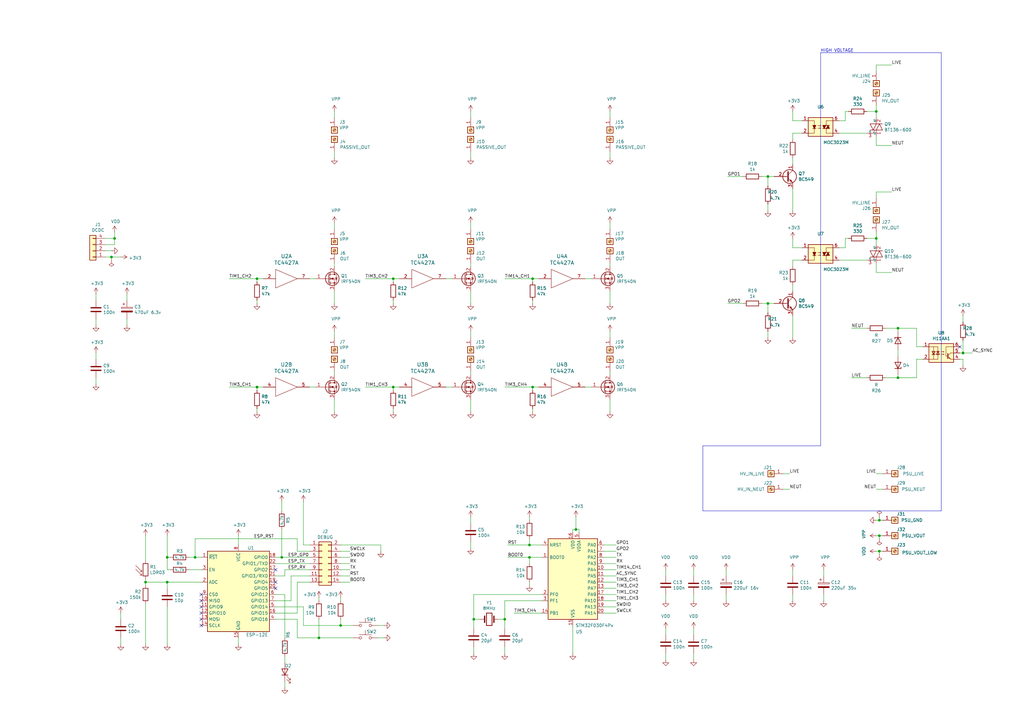
<source format=kicad_sch>
(kicad_sch (version 20200512) (host eeschema "(5.99.0-1804-g711fc999f)")
  (page 1 1)
  (paper "A3")
  (junction (at 45.72 105.41))
  (junction (at 46.99 97.79))
  (junction (at 59.69 238.76))
  (junction (at 68.58 228.6))
  (junction (at 68.58 238.76))
  (junction (at 80.01 228.6))
  (junction (at 105.41 114.3))
  (junction (at 105.41 158.75))
  (junction (at 115.57 228.6))
  (junction (at 130.81 261.62))
  (junction (at 139.7 256.54))
  (junction (at 161.29 114.3))
  (junction (at 161.29 158.75))
  (junction (at 194.31 254))
  (junction (at 207.01 254))
  (junction (at 217.17 223.52))
  (junction (at 217.17 228.6))
  (junction (at 218.44 114.3))
  (junction (at 218.44 158.75))
  (junction (at 236.22 217.17))
  (junction (at 314.96 72.39))
  (junction (at 314.96 124.46))
  (junction (at 359.41 45.72))
  (junction (at 359.41 97.79))
  (junction (at 360.68 213.36))
  (junction (at 360.68 219.71))
  (junction (at 360.68 226.06))
  (junction (at 368.3 134.62))
  (junction (at 368.3 154.94))
  (junction (at 394.97 144.78))
  (no_connect (at 113.03 238.76))
  (no_connect (at 82.55 254))
  (no_connect (at 113.03 241.3))
  (no_connect (at 113.03 233.68))
  (no_connect (at 82.55 251.46))
  (no_connect (at 82.55 248.92))
  (no_connect (at 82.55 243.84))
  (no_connect (at 82.55 256.54))
  (no_connect (at 82.55 246.38))
  (no_connect (at 393.7 142.24))
  (wire (pts (xy 39.37 123.19) (xy 39.37 120.65)))
  (wire (pts (xy 39.37 133.35) (xy 39.37 130.81)))
  (wire (pts (xy 39.37 147.32) (xy 39.37 144.78)))
  (wire (pts (xy 39.37 157.48) (xy 39.37 154.94)))
  (wire (pts (xy 43.18 97.79) (xy 46.99 97.79)))
  (wire (pts (xy 45.72 102.87) (xy 43.18 102.87)))
  (wire (pts (xy 45.72 105.41) (xy 43.18 105.41)))
  (wire (pts (xy 45.72 106.68) (xy 45.72 105.41)))
  (wire (pts (xy 46.99 95.25) (xy 46.99 97.79)))
  (wire (pts (xy 46.99 97.79) (xy 46.99 100.33)))
  (wire (pts (xy 46.99 100.33) (xy 43.18 100.33)))
  (wire (pts (xy 49.53 105.41) (xy 45.72 105.41)))
  (wire (pts (xy 49.53 254) (xy 49.53 251.46)))
  (wire (pts (xy 49.53 264.16) (xy 49.53 261.62)))
  (wire (pts (xy 52.07 120.65) (xy 52.07 123.19)))
  (wire (pts (xy 52.07 133.35) (xy 52.07 130.81)))
  (wire (pts (xy 59.69 219.71) (xy 59.69 229.87)))
  (wire (pts (xy 59.69 238.76) (xy 59.69 237.49)))
  (wire (pts (xy 59.69 240.03) (xy 59.69 238.76)))
  (wire (pts (xy 59.69 264.16) (xy 59.69 247.65)))
  (wire (pts (xy 68.58 228.6) (xy 68.58 219.71)))
  (wire (pts (xy 68.58 233.68) (xy 68.58 228.6)))
  (wire (pts (xy 68.58 238.76) (xy 59.69 238.76)))
  (wire (pts (xy 68.58 241.3) (xy 68.58 238.76)))
  (wire (pts (xy 68.58 264.16) (xy 68.58 248.92)))
  (wire (pts (xy 69.85 228.6) (xy 68.58 228.6)))
  (wire (pts (xy 69.85 233.68) (xy 68.58 233.68)))
  (wire (pts (xy 77.47 228.6) (xy 80.01 228.6)))
  (wire (pts (xy 77.47 233.68) (xy 82.55 233.68)))
  (wire (pts (xy 80.01 220.98) (xy 80.01 228.6)))
  (wire (pts (xy 80.01 228.6) (xy 82.55 228.6)))
  (wire (pts (xy 82.55 238.76) (xy 68.58 238.76)))
  (wire (pts (xy 93.98 114.3) (xy 105.41 114.3)))
  (wire (pts (xy 93.98 158.75) (xy 105.41 158.75)))
  (wire (pts (xy 97.79 219.71) (xy 97.79 223.52)))
  (wire (pts (xy 97.79 264.16) (xy 97.79 261.62)))
  (wire (pts (xy 105.41 114.3) (xy 105.41 115.57)))
  (wire (pts (xy 105.41 124.46) (xy 105.41 123.19)))
  (wire (pts (xy 105.41 158.75) (xy 105.41 160.02)))
  (wire (pts (xy 105.41 168.91) (xy 105.41 167.64)))
  (wire (pts (xy 107.95 114.3) (xy 105.41 114.3)))
  (wire (pts (xy 107.95 158.75) (xy 105.41 158.75)))
  (wire (pts (xy 113.03 228.6) (xy 115.57 228.6)))
  (wire (pts (xy 113.03 246.38) (xy 119.38 246.38)))
  (wire (pts (xy 113.03 251.46) (xy 121.92 251.46)))
  (wire (pts (xy 113.03 254) (xy 121.92 254)))
  (wire (pts (xy 115.57 205.74) (xy 115.57 209.55)))
  (wire (pts (xy 115.57 217.17) (xy 115.57 228.6)))
  (wire (pts (xy 115.57 228.6) (xy 127 228.6)))
  (wire (pts (xy 116.84 233.68) (xy 116.84 236.22)))
  (wire (pts (xy 116.84 236.22) (xy 113.03 236.22)))
  (wire (pts (xy 116.84 243.84) (xy 113.03 243.84)))
  (wire (pts (xy 116.84 261.62) (xy 116.84 243.84)))
  (wire (pts (xy 116.84 271.78) (xy 116.84 269.24)))
  (wire (pts (xy 116.84 281.94) (xy 116.84 279.4)))
  (wire (pts (xy 119.38 236.22) (xy 127 236.22)))
  (wire (pts (xy 119.38 246.38) (xy 119.38 236.22)))
  (wire (pts (xy 121.92 220.98) (xy 80.01 220.98)))
  (wire (pts (xy 121.92 226.06) (xy 121.92 220.98)))
  (wire (pts (xy 121.92 238.76) (xy 127 238.76)))
  (wire (pts (xy 121.92 251.46) (xy 121.92 238.76)))
  (wire (pts (xy 121.92 254) (xy 121.92 261.62)))
  (wire (pts (xy 121.92 261.62) (xy 130.81 261.62)))
  (wire (pts (xy 124.46 223.52) (xy 124.46 205.74)))
  (wire (pts (xy 124.46 248.92) (xy 113.03 248.92)))
  (wire (pts (xy 124.46 256.54) (xy 124.46 248.92)))
  (wire (pts (xy 127 223.52) (xy 124.46 223.52)))
  (wire (pts (xy 127 226.06) (xy 121.92 226.06)))
  (wire (pts (xy 127 231.14) (xy 113.03 231.14)))
  (wire (pts (xy 127 233.68) (xy 116.84 233.68)))
  (wire (pts (xy 129.54 114.3) (xy 127 114.3)))
  (wire (pts (xy 129.54 158.75) (xy 127 158.75)))
  (wire (pts (xy 130.81 245.11) (xy 130.81 246.38)))
  (wire (pts (xy 130.81 254) (xy 130.81 261.62)))
  (wire (pts (xy 130.81 261.62) (xy 144.78 261.62)))
  (wire (pts (xy 137.16 45.72) (xy 137.16 48.26)))
  (wire (pts (xy 137.16 64.77) (xy 137.16 62.23)))
  (wire (pts (xy 137.16 91.44) (xy 137.16 93.98)))
  (wire (pts (xy 137.16 107.95) (xy 137.16 109.22)))
  (wire (pts (xy 137.16 119.38) (xy 137.16 124.46)))
  (wire (pts (xy 137.16 135.89) (xy 137.16 138.43)))
  (wire (pts (xy 137.16 152.4) (xy 137.16 153.67)))
  (wire (pts (xy 137.16 163.83) (xy 137.16 168.91)))
  (wire (pts (xy 139.7 223.52) (xy 156.21 223.52)))
  (wire (pts (xy 139.7 231.14) (xy 143.51 231.14)))
  (wire (pts (xy 139.7 233.68) (xy 143.51 233.68)))
  (wire (pts (xy 139.7 245.11) (xy 139.7 246.38)))
  (wire (pts (xy 139.7 254) (xy 139.7 256.54)))
  (wire (pts (xy 139.7 256.54) (xy 124.46 256.54)))
  (wire (pts (xy 143.51 226.06) (xy 139.7 226.06)))
  (wire (pts (xy 143.51 228.6) (xy 139.7 228.6)))
  (wire (pts (xy 143.51 236.22) (xy 139.7 236.22)))
  (wire (pts (xy 143.51 238.76) (xy 139.7 238.76)))
  (wire (pts (xy 144.78 256.54) (xy 139.7 256.54)))
  (wire (pts (xy 149.86 114.3) (xy 161.29 114.3)))
  (wire (pts (xy 149.86 158.75) (xy 161.29 158.75)))
  (wire (pts (xy 154.94 256.54) (xy 157.48 256.54)))
  (wire (pts (xy 156.21 223.52) (xy 156.21 226.06)))
  (wire (pts (xy 157.48 261.62) (xy 154.94 261.62)))
  (wire (pts (xy 161.29 114.3) (xy 161.29 115.57)))
  (wire (pts (xy 161.29 124.46) (xy 161.29 123.19)))
  (wire (pts (xy 161.29 158.75) (xy 161.29 160.02)))
  (wire (pts (xy 161.29 168.91) (xy 161.29 167.64)))
  (wire (pts (xy 163.83 114.3) (xy 161.29 114.3)))
  (wire (pts (xy 163.83 158.75) (xy 161.29 158.75)))
  (wire (pts (xy 185.42 114.3) (xy 182.88 114.3)))
  (wire (pts (xy 185.42 158.75) (xy 182.88 158.75)))
  (wire (pts (xy 193.04 45.72) (xy 193.04 48.26)))
  (wire (pts (xy 193.04 64.77) (xy 193.04 62.23)))
  (wire (pts (xy 193.04 91.44) (xy 193.04 93.98)))
  (wire (pts (xy 193.04 107.95) (xy 193.04 109.22)))
  (wire (pts (xy 193.04 119.38) (xy 193.04 124.46)))
  (wire (pts (xy 193.04 135.89) (xy 193.04 138.43)))
  (wire (pts (xy 193.04 152.4) (xy 193.04 153.67)))
  (wire (pts (xy 193.04 163.83) (xy 193.04 168.91)))
  (wire (pts (xy 193.04 214.63) (xy 193.04 212.09)))
  (wire (pts (xy 193.04 224.79) (xy 193.04 222.25)))
  (wire (pts (xy 194.31 243.84) (xy 194.31 254)))
  (wire (pts (xy 194.31 254) (xy 194.31 257.81)))
  (wire (pts (xy 194.31 267.97) (xy 194.31 265.43)))
  (wire (pts (xy 196.85 254) (xy 194.31 254)))
  (wire (pts (xy 204.47 254) (xy 207.01 254)))
  (wire (pts (xy 207.01 114.3) (xy 218.44 114.3)))
  (wire (pts (xy 207.01 158.75) (xy 218.44 158.75)))
  (wire (pts (xy 207.01 246.38) (xy 207.01 254)))
  (wire (pts (xy 207.01 254) (xy 207.01 257.81)))
  (wire (pts (xy 207.01 267.97) (xy 207.01 265.43)))
  (wire (pts (xy 217.17 212.09) (xy 217.17 213.36)))
  (wire (pts (xy 217.17 220.98) (xy 217.17 223.52)))
  (wire (pts (xy 217.17 223.52) (xy 208.28 223.52)))
  (wire (pts (xy 217.17 228.6) (xy 208.28 228.6)))
  (wire (pts (xy 217.17 231.14) (xy 217.17 228.6)))
  (wire (pts (xy 217.17 240.03) (xy 217.17 238.76)))
  (wire (pts (xy 218.44 114.3) (xy 218.44 115.57)))
  (wire (pts (xy 218.44 124.46) (xy 218.44 123.19)))
  (wire (pts (xy 218.44 158.75) (xy 218.44 160.02)))
  (wire (pts (xy 218.44 168.91) (xy 218.44 167.64)))
  (wire (pts (xy 220.98 114.3) (xy 218.44 114.3)))
  (wire (pts (xy 220.98 158.75) (xy 218.44 158.75)))
  (wire (pts (xy 222.25 223.52) (xy 217.17 223.52)))
  (wire (pts (xy 222.25 228.6) (xy 217.17 228.6)))
  (wire (pts (xy 222.25 243.84) (xy 194.31 243.84)))
  (wire (pts (xy 222.25 246.38) (xy 207.01 246.38)))
  (wire (pts (xy 222.25 251.46) (xy 210.82 251.46)))
  (wire (pts (xy 234.95 217.17) (xy 236.22 217.17)))
  (wire (pts (xy 234.95 218.44) (xy 234.95 217.17)))
  (wire (pts (xy 234.95 267.97) (xy 234.95 256.54)))
  (wire (pts (xy 236.22 217.17) (xy 236.22 212.09)))
  (wire (pts (xy 236.22 217.17) (xy 237.49 217.17)))
  (wire (pts (xy 237.49 217.17) (xy 237.49 218.44)))
  (wire (pts (xy 242.57 114.3) (xy 240.03 114.3)))
  (wire (pts (xy 242.57 158.75) (xy 240.03 158.75)))
  (wire (pts (xy 247.65 223.52) (xy 252.73 223.52)))
  (wire (pts (xy 247.65 226.06) (xy 252.73 226.06)))
  (wire (pts (xy 247.65 231.14) (xy 252.73 231.14)))
  (wire (pts (xy 247.65 236.22) (xy 252.73 236.22)))
  (wire (pts (xy 247.65 238.76) (xy 252.73 238.76)))
  (wire (pts (xy 247.65 243.84) (xy 252.73 243.84)))
  (wire (pts (xy 247.65 246.38) (xy 252.73 246.38)))
  (wire (pts (xy 247.65 248.92) (xy 252.73 248.92)))
  (wire (pts (xy 247.65 251.46) (xy 252.73 251.46)))
  (wire (pts (xy 250.19 45.72) (xy 250.19 48.26)))
  (wire (pts (xy 250.19 64.77) (xy 250.19 62.23)))
  (wire (pts (xy 250.19 91.44) (xy 250.19 93.98)))
  (wire (pts (xy 250.19 107.95) (xy 250.19 109.22)))
  (wire (pts (xy 250.19 119.38) (xy 250.19 124.46)))
  (wire (pts (xy 250.19 135.89) (xy 250.19 138.43)))
  (wire (pts (xy 250.19 152.4) (xy 250.19 153.67)))
  (wire (pts (xy 250.19 163.83) (xy 250.19 168.91)))
  (wire (pts (xy 252.73 228.6) (xy 247.65 228.6)))
  (wire (pts (xy 252.73 233.68) (xy 247.65 233.68)))
  (wire (pts (xy 252.73 241.3) (xy 247.65 241.3)))
  (wire (pts (xy 273.05 236.22) (xy 273.05 233.68)))
  (wire (pts (xy 273.05 246.38) (xy 273.05 243.84)))
  (wire (pts (xy 273.05 260.35) (xy 273.05 257.81)))
  (wire (pts (xy 273.05 270.51) (xy 273.05 267.97)))
  (wire (pts (xy 284.48 236.22) (xy 284.48 233.68)))
  (wire (pts (xy 284.48 246.38) (xy 284.48 243.84)))
  (wire (pts (xy 284.48 260.35) (xy 284.48 257.81)))
  (wire (pts (xy 284.48 270.51) (xy 284.48 267.97)))
  (wire (pts (xy 297.815 233.68) (xy 297.815 236.22)))
  (wire (pts (xy 297.815 246.38) (xy 297.815 243.84)))
  (wire (pts (xy 304.8 72.39) (xy 298.45 72.39)))
  (wire (pts (xy 304.8 124.46) (xy 298.45 124.46)))
  (wire (pts (xy 312.42 72.39) (xy 314.96 72.39)))
  (wire (pts (xy 312.42 124.46) (xy 314.96 124.46)))
  (wire (pts (xy 314.96 72.39) (xy 317.5 72.39)))
  (wire (pts (xy 314.96 76.2) (xy 314.96 72.39)))
  (wire (pts (xy 314.96 86.36) (xy 314.96 83.82)))
  (wire (pts (xy 314.96 124.46) (xy 317.5 124.46)))
  (wire (pts (xy 314.96 128.27) (xy 314.96 124.46)))
  (wire (pts (xy 314.96 138.43) (xy 314.96 135.89)))
  (wire (pts (xy 323.85 194.31) (xy 321.31 194.31)))
  (wire (pts (xy 323.85 200.66) (xy 321.31 200.66)))
  (wire (pts (xy 325.12 49.53) (xy 325.12 45.72)))
  (wire (pts (xy 325.12 54.61) (xy 325.12 57.15)))
  (wire (pts (xy 325.12 64.77) (xy 325.12 67.31)))
  (wire (pts (xy 325.12 86.36) (xy 325.12 77.47)))
  (wire (pts (xy 325.12 101.6) (xy 325.12 97.79)))
  (wire (pts (xy 325.12 106.68) (xy 325.12 109.22)))
  (wire (pts (xy 325.12 116.84) (xy 325.12 119.38)))
  (wire (pts (xy 325.12 138.43) (xy 325.12 129.54)))
  (wire (pts (xy 325.12 236.22) (xy 325.12 233.68)))
  (wire (pts (xy 325.12 246.38) (xy 325.12 243.84)))
  (wire (pts (xy 328.93 49.53) (xy 325.12 49.53)))
  (wire (pts (xy 328.93 54.61) (xy 325.12 54.61)))
  (wire (pts (xy 328.93 101.6) (xy 325.12 101.6)))
  (wire (pts (xy 328.93 106.68) (xy 325.12 106.68)))
  (wire (pts (xy 337.82 233.68) (xy 337.82 236.22)))
  (wire (pts (xy 337.82 246.38) (xy 337.82 243.84)))
  (wire (pts (xy 344.17 49.53) (xy 346.71 49.53)))
  (wire (pts (xy 344.17 101.6) (xy 346.71 101.6)))
  (wire (pts (xy 346.71 45.72) (xy 347.98 45.72)))
  (wire (pts (xy 346.71 49.53) (xy 346.71 45.72)))
  (wire (pts (xy 346.71 97.79) (xy 347.98 97.79)))
  (wire (pts (xy 346.71 101.6) (xy 346.71 97.79)))
  (wire (pts (xy 355.6 45.72) (xy 359.41 45.72)))
  (wire (pts (xy 355.6 54.61) (xy 344.17 54.61)))
  (wire (pts (xy 355.6 97.79) (xy 359.41 97.79)))
  (wire (pts (xy 355.6 106.68) (xy 344.17 106.68)))
  (wire (pts (xy 355.6 134.62) (xy 349.25 134.62)))
  (wire (pts (xy 355.6 154.94) (xy 349.25 154.94)))
  (wire (pts (xy 359.41 26.67) (xy 365.76 26.67)))
  (wire (pts (xy 359.41 29.21) (xy 359.41 26.67)))
  (wire (pts (xy 359.41 43.18) (xy 359.41 45.72)))
  (wire (pts (xy 359.41 45.72) (xy 359.41 48.26)))
  (wire (pts (xy 359.41 55.88) (xy 359.41 59.69)))
  (wire (pts (xy 359.41 59.69) (xy 365.76 59.69)))
  (wire (pts (xy 359.41 78.74) (xy 365.76 78.74)))
  (wire (pts (xy 359.41 81.28) (xy 359.41 78.74)))
  (wire (pts (xy 359.41 95.25) (xy 359.41 97.79)))
  (wire (pts (xy 359.41 97.79) (xy 359.41 100.33)))
  (wire (pts (xy 359.41 107.95) (xy 359.41 111.76)))
  (wire (pts (xy 359.41 111.76) (xy 365.76 111.76)))
  (wire (pts (xy 359.41 194.31) (xy 361.95 194.31)))
  (wire (pts (xy 359.41 200.66) (xy 361.95 200.66)))
  (wire (pts (xy 359.41 213.36) (xy 360.68 213.36)))
  (wire (pts (xy 359.41 219.71) (xy 360.68 219.71)))
  (wire (pts (xy 359.41 226.06) (xy 360.68 226.06)))
  (wire (pts (xy 360.68 212.09) (xy 360.68 213.36)))
  (wire (pts (xy 360.68 213.36) (xy 361.95 213.36)))
  (wire (pts (xy 360.68 219.71) (xy 361.95 219.71)))
  (wire (pts (xy 360.68 220.98) (xy 360.68 219.71)))
  (wire (pts (xy 360.68 226.06) (xy 361.95 226.06)))
  (wire (pts (xy 360.68 227.33) (xy 360.68 226.06)))
  (wire (pts (xy 363.22 134.62) (xy 368.3 134.62)))
  (wire (pts (xy 363.22 154.94) (xy 368.3 154.94)))
  (wire (pts (xy 368.3 134.62) (xy 375.92 134.62)))
  (wire (pts (xy 368.3 135.89) (xy 368.3 134.62)))
  (wire (pts (xy 368.3 146.05) (xy 368.3 143.51)))
  (wire (pts (xy 368.3 153.67) (xy 368.3 154.94)))
  (wire (pts (xy 368.3 154.94) (xy 375.92 154.94)))
  (wire (pts (xy 375.92 134.62) (xy 375.92 142.24)))
  (wire (pts (xy 375.92 142.24) (xy 378.46 142.24)))
  (wire (pts (xy 375.92 147.32) (xy 378.46 147.32)))
  (wire (pts (xy 375.92 154.94) (xy 375.92 147.32)))
  (wire (pts (xy 393.7 147.32) (xy 394.97 147.32)))
  (wire (pts (xy 394.97 129.54) (xy 394.97 132.08)))
  (wire (pts (xy 394.97 139.7) (xy 394.97 144.78)))
  (wire (pts (xy 394.97 144.78) (xy 393.7 144.78)))
  (wire (pts (xy 394.97 144.78) (xy 398.78 144.78)))
  (wire (pts (xy 394.97 147.32) (xy 394.97 149.86)))
  (polyline (pts (xy 288.29 182.88) (xy 336.55 182.88)))
  (polyline (pts (xy 288.29 209.55) (xy 288.29 182.88)))
  (polyline (pts (xy 336.55 21.59) (xy 386.08 21.59)))
  (polyline (pts (xy 336.55 182.88) (xy 336.55 21.59)))
  (polyline (pts (xy 386.08 21.59) (xy 386.08 209.55)))
  (polyline (pts (xy 386.08 209.55) (xy 288.29 209.55)))
  (text "HIGH VOLTAGE" (at 336.55 21.59 0) (effects (font (size 1.27 1.27)) (justify left bottom)))
  (label "TIM1_CH2" (at 93.98 114.3 0))
  (label "TIM3_CH1" (at 93.98 158.75 0))
  (label "ESP_RST" (at 104.14 220.98 0))
  (label "ESP_GP0" (at 118.11 228.6 0))
  (label "ESP_TX" (at 118.11 231.14 0))
  (label "ESP_RX" (at 118.11 233.68 0))
  (label "SWCLK" (at 143.51 226.06 0))
  (label "SWDIO" (at 143.51 228.6 0))
  (label "RX" (at 143.51 231.14 0))
  (label "TX" (at 143.51 233.68 0))
  (label "RST" (at 143.51 236.22 0))
  (label "BOOT0" (at 143.51 238.76 0))
  (label "TIM3_CH2" (at 149.86 114.3 0))
  (label "TIM1_CH3" (at 149.86 158.75 0))
  (label "TIM14_CH1" (at 207.01 114.3 0))
  (label "TIM3_CH4" (at 207.01 158.75 0))
  (label "RST" (at 208.28 223.52 0))
  (label "BOOT0" (at 208.28 228.6 0))
  (label "TIM3_CH4" (at 210.82 251.46 0))
  (label "GPO1" (at 252.73 223.52 0))
  (label "GPO2" (at 252.73 226.06 0))
  (label "TX" (at 252.73 228.6 0))
  (label "RX" (at 252.73 231.14 0))
  (label "TIM14_CH1" (at 252.73 233.68 0))
  (label "AC_SYNC" (at 252.73 236.22 0))
  (label "TIM3_CH1" (at 252.73 238.76 0))
  (label "TIM3_CH2" (at 252.73 241.3 0))
  (label "TIM1_CH2" (at 252.73 243.84 0))
  (label "TIM1_CH3" (at 252.73 246.38 0))
  (label "SWDIO" (at 252.73 248.92 0))
  (label "SWCLK" (at 252.73 251.46 0))
  (label "GPO1" (at 298.45 72.39 0))
  (label "GPO2" (at 298.45 124.46 0))
  (label "LIVE" (at 323.85 194.31 0))
  (label "NEUT" (at 323.85 200.66 0))
  (label "NEUT" (at 349.25 134.62 0))
  (label "LIVE" (at 349.25 154.94 0))
  (label "LIVE" (at 359.41 194.31 180))
  (label "NEUT" (at 359.41 200.66 180))
  (label "LIVE" (at 365.76 26.67 0))
  (label "NEUT" (at 365.76 59.69 0))
  (label "LIVE" (at 365.76 78.74 0))
  (label "NEUT" (at 365.76 111.76 0))
  (label "AC_SYNC" (at 398.78 144.78 0))
  (symbol (lib_id "power:PWR_FLAG") (at 45.72 106.68 180) (unit 1)
    (property "Reference" "#FLG01" (effects hide))
    (property "Value" "PWR_FLAG" (effects hide))
  )
  (symbol (lib_id "power:PWR_FLAG") (at 360.68 212.09 0) (mirror y) (unit 1)
    (property "Reference" "#FLG02" (effects hide))
    (property "Value" "PWR_FLAG" (effects hide))
  )
  (symbol (lib_id "power:PWR_FLAG") (at 360.68 220.98 0) (mirror x) (unit 1)
    (property "Reference" "#FLG03" (effects hide))
    (property "Value" "PWR_FLAG" (effects hide))
  )
  (symbol (lib_id "power:PWR_FLAG") (at 360.68 227.33 0) (mirror x) (unit 1)
    (property "Reference" "#FLG04" (effects hide))
    (property "Value" "PWR_FLAG" (effects hide))
  )
  (symbol (lib_id "power:+3.3V") (at 39.37 120.65 0) (unit 1)
    (property "Reference" "#PWR01" (effects hide))
    (property "Value" "+3.3V" (at 39.751 116.2558 0))
  )
  (symbol (lib_id "power:+3.3V") (at 39.37 144.78 0) (unit 1)
    (property "Reference" "#PWR0115" (effects hide))
    (property "Value" "+3.3V" (at 39.751 140.3858 0))
  )
  (symbol (lib_id "power:VDD") (at 46.99 95.25 0) (unit 1)
    (property "Reference" "#PWR0112" (effects hide))
    (property "Value" "VDD" (at 47.4218 90.8558 0))
  )
  (symbol (lib_id "power:+3.3V") (at 49.53 105.41 270) (unit 1)
    (property "Reference" "#PWR05" (effects hide))
    (property "Value" "+3.3V" (at 52.7812 105.791 90) (effects (justify left)))
  )
  (symbol (lib_id "power:+3.3V") (at 49.53 251.46 0) (unit 1)
    (property "Reference" "#PWR06" (effects hide))
    (property "Value" "+3.3V" (at 49.911 247.0658 0))
  )
  (symbol (lib_id "power:+3.3V") (at 52.07 120.65 0) (unit 1)
    (property "Reference" "#PWR08" (effects hide))
    (property "Value" "+3.3V" (at 52.451 116.2558 0))
  )
  (symbol (lib_id "power:+3.3V") (at 59.69 219.71 0) (unit 1)
    (property "Reference" "#PWR010" (effects hide))
    (property "Value" "+3.3V" (at 60.071 215.3158 0))
  )
  (symbol (lib_id "power:+3.3V") (at 68.58 219.71 0) (unit 1)
    (property "Reference" "#PWR013" (effects hide))
    (property "Value" "+3.3V" (at 68.961 215.3158 0))
  )
  (symbol (lib_id "power:+3.3V") (at 97.79 219.71 0) (unit 1)
    (property "Reference" "#PWR015" (effects hide))
    (property "Value" "+3.3V" (at 98.171 215.3158 0))
  )
  (symbol (lib_id "power:+3.3V") (at 115.57 205.74 0) (unit 1)
    (property "Reference" "#PWR0117" (effects hide))
    (property "Value" "+3.3V" (at 115.951 201.3458 0))
  )
  (symbol (lib_id "power:+3.3V") (at 124.46 205.74 0) (unit 1)
    (property "Reference" "#PWR019" (effects hide))
    (property "Value" "+3.3V" (at 124.841 201.3458 0))
  )
  (symbol (lib_id "power:+3.3V") (at 130.81 245.11 0) (unit 1)
    (property "Reference" "#PWR020" (effects hide))
    (property "Value" "+3.3V" (at 127 243.84 0))
  )
  (symbol (lib_id "power:VPP") (at 137.16 45.72 0) (unit 1)
    (property "Reference" "#PWR04" (effects hide))
    (property "Value" "VPP" (at 135.89 40.64 0) (effects (justify left)))
  )
  (symbol (lib_id "power:VPP") (at 137.16 91.44 0) (unit 1)
    (property "Reference" "#PWR012" (effects hide))
    (property "Value" "VPP" (at 135.89 86.36 0) (effects (justify left)))
  )
  (symbol (lib_id "power:VPP") (at 137.16 135.89 0) (unit 1)
    (property "Reference" "#PWR021" (effects hide))
    (property "Value" "VPP" (at 135.89 130.81 0) (effects (justify left)))
  )
  (symbol (lib_id "power:+3.3V") (at 139.7 245.11 0) (unit 1)
    (property "Reference" "#PWR027" (effects hide))
    (property "Value" "+3.3V" (at 135.89 243.84 0))
  )
  (symbol (lib_id "power:VPP") (at 193.04 45.72 0) (unit 1)
    (property "Reference" "#PWR023" (effects hide))
    (property "Value" "VPP" (at 191.77 40.64 0) (effects (justify left)))
  )
  (symbol (lib_id "power:VPP") (at 193.04 91.44 0) (unit 1)
    (property "Reference" "#PWR025" (effects hide))
    (property "Value" "VPP" (at 191.77 86.36 0) (effects (justify left)))
  )
  (symbol (lib_id "power:VPP") (at 193.04 135.89 0) (unit 1)
    (property "Reference" "#PWR033" (effects hide))
    (property "Value" "VPP" (at 191.77 130.81 0) (effects (justify left)))
  )
  (symbol (lib_id "power:+3.3V") (at 193.04 212.09 0) (unit 1)
    (property "Reference" "#PWR040" (effects hide))
    (property "Value" "+3.3V" (at 193.421 207.6958 0))
  )
  (symbol (lib_id "power:+3.3V") (at 217.17 212.09 0) (unit 1)
    (property "Reference" "#PWR043" (effects hide))
    (property "Value" "+3.3V" (at 217.551 207.6958 0))
  )
  (symbol (lib_id "power:+3.3V") (at 236.22 212.09 0) (unit 1)
    (property "Reference" "#PWR048" (effects hide))
    (property "Value" "+3.3V" (at 236.601 207.6958 0))
  )
  (symbol (lib_id "power:VPP") (at 250.19 45.72 0) (unit 1)
    (property "Reference" "#PWR035" (effects hide))
    (property "Value" "VPP" (at 248.92 40.64 0) (effects (justify left)))
  )
  (symbol (lib_id "power:VPP") (at 250.19 91.44 0) (unit 1)
    (property "Reference" "#PWR037" (effects hide))
    (property "Value" "VPP" (at 248.92 86.36 0) (effects (justify left)))
  )
  (symbol (lib_id "power:VPP") (at 250.19 135.89 0) (unit 1)
    (property "Reference" "#PWR049" (effects hide))
    (property "Value" "VPP" (at 248.92 130.81 0) (effects (justify left)))
  )
  (symbol (lib_id "power:VDD") (at 273.05 233.68 0) (unit 1)
    (property "Reference" "#PWR067" (effects hide))
    (property "Value" "VDD" (at 273.05 228.6 0))
  )
  (symbol (lib_id "power:VDD") (at 273.05 257.81 0) (unit 1)
    (property "Reference" "#PWR071" (effects hide))
    (property "Value" "VDD" (at 273.05 252.73 0))
  )
  (symbol (lib_id "power:VDD") (at 284.48 233.68 0) (unit 1)
    (property "Reference" "#PWR073" (effects hide))
    (property "Value" "VDD" (at 284.48 228.6 0))
  )
  (symbol (lib_id "power:VDD") (at 284.48 257.81 0) (unit 1)
    (property "Reference" "#PWR0110" (effects hide))
    (property "Value" "VDD" (at 284.48 252.73 0))
  )
  (symbol (lib_id "power:VDD") (at 297.815 233.68 0) (unit 1)
    (property "Reference" "#PWR075" (effects hide))
    (property "Value" "VDD" (at 297.815 228.6 0))
  )
  (symbol (lib_id "power:+3.3V") (at 325.12 45.72 0) (unit 1)
    (property "Reference" "#PWR058" (effects hide))
    (property "Value" "+3.3V" (at 325.501 41.3258 0))
  )
  (symbol (lib_id "power:+3.3V") (at 325.12 97.79 0) (unit 1)
    (property "Reference" "#PWR060" (effects hide))
    (property "Value" "+3.3V" (at 325.501 93.3958 0))
  )
  (symbol (lib_id "power:VPP") (at 325.12 233.68 0) (unit 1)
    (property "Reference" "#PWR051" (effects hide))
    (property "Value" "VPP" (at 323.85 228.6 0) (effects (justify left)))
  )
  (symbol (lib_id "power:VPP") (at 337.82 233.68 0) (unit 1)
    (property "Reference" "#PWR055" (effects hide))
    (property "Value" "VPP" (at 336.55 228.6 0) (effects (justify left)))
  )
  (symbol (lib_id "power:VPP") (at 359.41 219.71 90) (unit 1)
    (property "Reference" "#PWR064" (effects hide))
    (property "Value" "VPP" (at 354.33 220.98 0) (effects (justify left)))
  )
  (symbol (lib_id "power:VDD") (at 359.41 226.06 90) (unit 1)
    (property "Reference" "#PWR0113" (effects hide))
    (property "Value" "VDD" (at 354.33 226.06 0))
  )
  (symbol (lib_id "power:+3.3V") (at 394.97 129.54 0) (unit 1)
    (property "Reference" "#PWR068" (effects hide))
    (property "Value" "+3.3V" (at 395.351 125.1458 0))
  )
  (symbol (lib_id "power:GND") (at 39.37 133.35 0) (unit 1)
    (property "Reference" "#PWR02" (effects hide))
    (property "Value" "GND" (effects hide))
  )
  (symbol (lib_id "power:GND") (at 39.37 157.48 0) (unit 1)
    (property "Reference" "#PWR0114" (effects hide))
    (property "Value" "GND" (effects hide))
  )
  (symbol (lib_id "power:GND") (at 45.72 102.87 90) (unit 1)
    (property "Reference" "#PWR03" (effects hide))
    (property "Value" "GND" (effects hide))
  )
  (symbol (lib_id "power:GND") (at 49.53 264.16 0) (unit 1)
    (property "Reference" "#PWR07" (effects hide))
    (property "Value" "GND" (effects hide))
  )
  (symbol (lib_id "power:GND") (at 52.07 133.35 0) (unit 1)
    (property "Reference" "#PWR09" (effects hide))
    (property "Value" "GND" (effects hide))
  )
  (symbol (lib_id "power:GND") (at 59.69 264.16 0) (unit 1)
    (property "Reference" "#PWR011" (effects hide))
    (property "Value" "GND" (effects hide))
  )
  (symbol (lib_id "power:GND") (at 68.58 264.16 0) (unit 1)
    (property "Reference" "#PWR0116" (effects hide))
    (property "Value" "GND" (effects hide))
  )
  (symbol (lib_id "power:GND") (at 97.79 264.16 0) (unit 1)
    (property "Reference" "#PWR016" (effects hide))
    (property "Value" "GND" (effects hide))
  )
  (symbol (lib_id "power:GND") (at 105.41 124.46 0) (unit 1)
    (property "Reference" "#PWR017" (effects hide))
    (property "Value" "GND" (effects hide))
  )
  (symbol (lib_id "power:GND") (at 105.41 168.91 0) (unit 1)
    (property "Reference" "#PWR018" (effects hide))
    (property "Value" "GND" (effects hide))
  )
  (symbol (lib_id "power:GND") (at 116.84 281.94 0) (unit 1)
    (property "Reference" "#PWR014" (effects hide))
    (property "Value" "GND" (effects hide))
  )
  (symbol (lib_id "power:GND") (at 137.16 64.77 0) (unit 1)
    (property "Reference" "#PWR022" (effects hide))
    (property "Value" "GND" (effects hide))
  )
  (symbol (lib_id "power:GND") (at 137.16 124.46 0) (unit 1)
    (property "Reference" "#PWR024" (effects hide))
    (property "Value" "GND" (effects hide))
  )
  (symbol (lib_id "power:GND") (at 137.16 168.91 0) (unit 1)
    (property "Reference" "#PWR026" (effects hide))
    (property "Value" "GND" (effects hide))
  )
  (symbol (lib_id "power:GND") (at 156.21 226.06 0) (unit 1)
    (property "Reference" "#PWR028" (effects hide))
    (property "Value" "GND" (effects hide))
  )
  (symbol (lib_id "power:GND") (at 157.48 256.54 90) (unit 1)
    (property "Reference" "#PWR029" (effects hide))
    (property "Value" "GND" (effects hide))
  )
  (symbol (lib_id "power:GND") (at 157.48 261.62 90) (unit 1)
    (property "Reference" "#PWR030" (effects hide))
    (property "Value" "GND" (effects hide))
  )
  (symbol (lib_id "power:GND") (at 161.29 124.46 0) (unit 1)
    (property "Reference" "#PWR031" (effects hide))
    (property "Value" "GND" (effects hide))
  )
  (symbol (lib_id "power:GND") (at 161.29 168.91 0) (unit 1)
    (property "Reference" "#PWR032" (effects hide))
    (property "Value" "GND" (effects hide))
  )
  (symbol (lib_id "power:GND") (at 193.04 64.77 0) (unit 1)
    (property "Reference" "#PWR034" (effects hide))
    (property "Value" "GND" (effects hide))
  )
  (symbol (lib_id "power:GND") (at 193.04 124.46 0) (unit 1)
    (property "Reference" "#PWR036" (effects hide))
    (property "Value" "GND" (effects hide))
  )
  (symbol (lib_id "power:GND") (at 193.04 168.91 0) (unit 1)
    (property "Reference" "#PWR038" (effects hide))
    (property "Value" "GND" (effects hide))
  )
  (symbol (lib_id "power:GND") (at 193.04 224.79 0) (unit 1)
    (property "Reference" "#PWR041" (effects hide))
    (property "Value" "GND" (effects hide))
  )
  (symbol (lib_id "power:GND") (at 194.31 267.97 0) (unit 1)
    (property "Reference" "#PWR039" (effects hide))
    (property "Value" "GND" (effects hide))
  )
  (symbol (lib_id "power:GND") (at 207.01 267.97 0) (unit 1)
    (property "Reference" "#PWR042" (effects hide))
    (property "Value" "GND" (effects hide))
  )
  (symbol (lib_id "power:GND") (at 217.17 240.03 0) (unit 1)
    (property "Reference" "#PWR044" (effects hide))
    (property "Value" "GND" (effects hide))
  )
  (symbol (lib_id "power:GND") (at 218.44 124.46 0) (unit 1)
    (property "Reference" "#PWR045" (effects hide))
    (property "Value" "GND" (effects hide))
  )
  (symbol (lib_id "power:GND") (at 218.44 168.91 0) (unit 1)
    (property "Reference" "#PWR046" (effects hide))
    (property "Value" "GND" (effects hide))
  )
  (symbol (lib_id "power:GND") (at 234.95 267.97 0) (unit 1)
    (property "Reference" "#PWR047" (effects hide))
    (property "Value" "GND" (effects hide))
  )
  (symbol (lib_id "power:GND") (at 250.19 64.77 0) (unit 1)
    (property "Reference" "#PWR050" (effects hide))
    (property "Value" "GND" (effects hide))
  )
  (symbol (lib_id "power:GND") (at 250.19 124.46 0) (unit 1)
    (property "Reference" "#PWR052" (effects hide))
    (property "Value" "GND" (effects hide))
  )
  (symbol (lib_id "power:GND") (at 250.19 168.91 0) (unit 1)
    (property "Reference" "#PWR054" (effects hide))
    (property "Value" "GND" (effects hide))
  )
  (symbol (lib_id "power:GND") (at 273.05 246.38 0) (unit 1)
    (property "Reference" "#PWR070" (effects hide))
    (property "Value" "GND" (effects hide))
  )
  (symbol (lib_id "power:GND") (at 273.05 270.51 0) (unit 1)
    (property "Reference" "#PWR072" (effects hide))
    (property "Value" "GND" (effects hide))
  )
  (symbol (lib_id "power:GND") (at 284.48 246.38 0) (unit 1)
    (property "Reference" "#PWR074" (effects hide))
    (property "Value" "GND" (effects hide))
  )
  (symbol (lib_id "power:GND") (at 284.48 270.51 0) (unit 1)
    (property "Reference" "#PWR063" (effects hide))
    (property "Value" "GND" (effects hide))
  )
  (symbol (lib_id "power:GND") (at 297.815 246.38 0) (unit 1)
    (property "Reference" "#PWR076" (effects hide))
    (property "Value" "GND" (effects hide))
  )
  (symbol (lib_id "power:GND") (at 314.96 86.36 0) (unit 1)
    (property "Reference" "#PWR056" (effects hide))
    (property "Value" "GND" (effects hide))
  )
  (symbol (lib_id "power:GND") (at 314.96 138.43 0) (unit 1)
    (property "Reference" "#PWR057" (effects hide))
    (property "Value" "GND" (effects hide))
  )
  (symbol (lib_id "power:GND") (at 325.12 86.36 0) (unit 1)
    (property "Reference" "#PWR059" (effects hide))
    (property "Value" "GND" (effects hide))
  )
  (symbol (lib_id "power:GND") (at 325.12 138.43 0) (unit 1)
    (property "Reference" "#PWR061" (effects hide))
    (property "Value" "GND" (effects hide))
  )
  (symbol (lib_id "power:GND") (at 325.12 246.38 0) (unit 1)
    (property "Reference" "#PWR053" (effects hide))
    (property "Value" "GND" (effects hide))
  )
  (symbol (lib_id "power:GND") (at 337.82 246.38 0) (unit 1)
    (property "Reference" "#PWR062" (effects hide))
    (property "Value" "GND" (effects hide))
  )
  (symbol (lib_id "power:GND") (at 359.41 213.36 270) (mirror x) (unit 1)
    (property "Reference" "#PWR066" (effects hide))
    (property "Value" "GND" (effects hide))
  )
  (symbol (lib_id "power:GND") (at 394.97 149.86 0) (unit 1)
    (property "Reference" "#PWR069" (effects hide))
    (property "Value" "GND" (effects hide))
  )
  (symbol (lib_id "Device:R") (at 59.69 243.84 0) (unit 1)
    (property "Reference" "R2" (at 57.9374 242.6716 0) (effects (justify right)))
    (property "Value" "150k" (at 57.9374 244.983 0) (effects (justify right)))
    (property "Footprint" "Resistor_SMD:R_0805_2012Metric_Pad1.15x1.40mm_HandSolder" (effects hide))
  )
  (symbol (lib_id "Device:R") (at 73.66 228.6 270) (unit 1)
    (property "Reference" "R3" (at 73.66 226.06 90))
    (property "Value" "4.7k" (at 73.66 228.6 90))
    (property "Footprint" "Resistor_SMD:R_0805_2012Metric_Pad1.15x1.40mm_HandSolder" (effects hide))
  )
  (symbol (lib_id "Device:R") (at 73.66 233.68 270) (unit 1)
    (property "Reference" "R4" (at 73.66 231.14 90))
    (property "Value" "4.7k" (at 73.66 233.68 90))
    (property "Footprint" "Resistor_SMD:R_0805_2012Metric_Pad1.15x1.40mm_HandSolder" (effects hide))
  )
  (symbol (lib_id "Device:R") (at 105.41 119.38 0) (unit 1)
    (property "Reference" "R7" (at 107.188 118.2116 0) (effects (justify left)))
    (property "Value" "47k" (at 107.188 120.523 0) (effects (justify left)))
    (property "Footprint" "Resistor_SMD:R_0805_2012Metric_Pad1.15x1.40mm_HandSolder" (effects hide))
  )
  (symbol (lib_id "Device:R") (at 105.41 163.83 0) (unit 1)
    (property "Reference" "R8" (at 107.188 162.6616 0) (effects (justify left)))
    (property "Value" "47k" (at 107.188 164.973 0) (effects (justify left)))
    (property "Footprint" "Resistor_SMD:R_0805_2012Metric_Pad1.15x1.40mm_HandSolder" (effects hide))
  )
  (symbol (lib_id "Device:R") (at 115.57 213.36 180) (unit 1)
    (property "Reference" "R5" (at 118.11 213.36 90))
    (property "Value" "4.7k" (at 115.57 213.36 90))
    (property "Footprint" "Resistor_SMD:R_0805_2012Metric_Pad1.15x1.40mm_HandSolder" (effects hide))
  )
  (symbol (lib_id "Device:R") (at 116.84 265.43 180) (unit 1)
    (property "Reference" "R6" (at 118.11 260.35 90))
    (property "Value" "4.7k" (at 116.84 265.43 90))
    (property "Footprint" "Resistor_SMD:R_0805_2012Metric_Pad1.15x1.40mm_HandSolder" (effects hide))
  )
  (symbol (lib_id "Device:R") (at 130.81 250.19 0) (unit 1)
    (property "Reference" "R9" (at 129.0574 249.0216 0) (effects (justify right)))
    (property "Value" "10k" (at 129.0574 251.333 0) (effects (justify right)))
    (property "Footprint" "Resistor_SMD:R_0805_2012Metric_Pad1.15x1.40mm_HandSolder" (effects hide))
  )
  (symbol (lib_id "Device:R") (at 139.7 250.19 0) (unit 1)
    (property "Reference" "R10" (at 137.9474 249.0216 0) (effects (justify right)))
    (property "Value" "10k" (at 137.9474 251.333 0) (effects (justify right)))
    (property "Footprint" "Resistor_SMD:R_0805_2012Metric_Pad1.15x1.40mm_HandSolder" (effects hide))
  )
  (symbol (lib_id "Device:R") (at 161.29 119.38 0) (unit 1)
    (property "Reference" "R12" (at 163.068 118.2116 0) (effects (justify left)))
    (property "Value" "47k" (at 163.068 120.523 0) (effects (justify left)))
    (property "Footprint" "Resistor_SMD:R_0805_2012Metric_Pad1.15x1.40mm_HandSolder" (effects hide))
  )
  (symbol (lib_id "Device:R") (at 161.29 163.83 0) (unit 1)
    (property "Reference" "R11" (at 163.068 162.6616 0) (effects (justify left)))
    (property "Value" "47k" (at 163.068 164.973 0) (effects (justify left)))
    (property "Footprint" "Resistor_SMD:R_0805_2012Metric_Pad1.15x1.40mm_HandSolder" (effects hide))
  )
  (symbol (lib_id "Device:R") (at 217.17 217.17 0) (unit 1)
    (property "Reference" "R13" (at 215.392 216.0016 0) (effects (justify right)))
    (property "Value" "10k" (at 215.392 218.313 0) (effects (justify right)))
    (property "Footprint" "Resistor_SMD:R_0805_2012Metric_Pad1.15x1.40mm_HandSolder" (effects hide))
  )
  (symbol (lib_id "Device:R") (at 217.17 234.95 0) (unit 1)
    (property "Reference" "R14" (at 215.392 233.7816 0) (effects (justify right)))
    (property "Value" "10k" (at 215.392 236.093 0) (effects (justify right)))
    (property "Footprint" "Resistor_SMD:R_0805_2012Metric_Pad1.15x1.40mm_HandSolder" (effects hide))
  )
  (symbol (lib_id "Device:R") (at 218.44 119.38 0) (unit 1)
    (property "Reference" "R15" (at 220.218 118.2116 0) (effects (justify left)))
    (property "Value" "47k" (at 220.218 120.523 0) (effects (justify left)))
    (property "Footprint" "Resistor_SMD:R_0805_2012Metric_Pad1.15x1.40mm_HandSolder" (effects hide))
  )
  (symbol (lib_id "Device:R") (at 218.44 163.83 0) (unit 1)
    (property "Reference" "R16" (at 220.218 162.6616 0) (effects (justify left)))
    (property "Value" "47k" (at 220.218 164.973 0) (effects (justify left)))
    (property "Footprint" "Resistor_SMD:R_0805_2012Metric_Pad1.15x1.40mm_HandSolder" (effects hide))
  )
  (symbol (lib_id "Device:R") (at 308.61 72.39 270) (unit 1)
    (property "Reference" "R18" (at 308.61 67.1322 90))
    (property "Value" "1k" (at 308.61 69.4436 90))
    (property "Footprint" "Resistor_SMD:R_0805_2012Metric_Pad1.15x1.40mm_HandSolder" (effects hide))
  )
  (symbol (lib_id "Device:R") (at 308.61 124.46 270) (unit 1)
    (property "Reference" "R19" (at 308.61 119.2022 90))
    (property "Value" "1k" (at 308.61 121.5136 90))
    (property "Footprint" "Resistor_SMD:R_0805_2012Metric_Pad1.15x1.40mm_HandSolder" (effects hide))
  )
  (symbol (lib_id "Device:R") (at 314.96 80.01 0) (unit 1)
    (property "Reference" "R20" (at 318.77 78.74 0) (effects (justify right)))
    (property "Value" "4.7k" (at 320.04 81.28 0) (effects (justify right)))
    (property "Footprint" "Resistor_SMD:R_0805_2012Metric_Pad1.15x1.40mm_HandSolder" (effects hide))
  )
  (symbol (lib_id "Device:R") (at 314.96 132.08 0) (unit 1)
    (property "Reference" "R21" (at 318.77 130.81 0) (effects (justify right)))
    (property "Value" "4.7k" (at 320.04 133.35 0) (effects (justify right)))
    (property "Footprint" "Resistor_SMD:R_0805_2012Metric_Pad1.15x1.40mm_HandSolder" (effects hide))
  )
  (symbol (lib_id "Device:R") (at 325.12 60.96 0) (unit 1)
    (property "Reference" "R22" (at 323.3674 59.7916 0) (effects (justify right)))
    (property "Value" "1k" (at 323.3674 62.103 0) (effects (justify right)))
    (property "Footprint" "Resistor_SMD:R_0805_2012Metric_Pad1.15x1.40mm_HandSolder" (effects hide))
  )
  (symbol (lib_id "Device:R") (at 325.12 113.03 0) (unit 1)
    (property "Reference" "R23" (at 323.3674 111.8616 0) (effects (justify right)))
    (property "Value" "1k" (at 323.3674 114.173 0) (effects (justify right)))
    (property "Footprint" "Resistor_SMD:R_0805_2012Metric_Pad1.15x1.40mm_HandSolder" (effects hide))
  )
  (symbol (lib_id "Device:R") (at 351.79 45.72 270) (unit 1)
    (property "Reference" "R24" (at 351.79 40.4622 90))
    (property "Value" "330" (at 351.79 42.7736 90))
    (property "Footprint" "Resistor_THT:R_Axial_DIN0207_L6.3mm_D2.5mm_P10.16mm_Horizontal" (effects hide))
  )
  (symbol (lib_id "Device:R") (at 351.79 97.79 270) (unit 1)
    (property "Reference" "R25" (at 351.79 92.5322 90))
    (property "Value" "330" (at 351.79 94.8436 90))
    (property "Footprint" "Resistor_THT:R_Axial_DIN0207_L6.3mm_D2.5mm_P10.16mm_Horizontal" (effects hide))
  )
  (symbol (lib_id "Device:R") (at 359.41 134.62 270) (mirror x) (unit 1)
    (property "Reference" "R27" (at 359.41 139.8778 90))
    (property "Value" "R" (at 359.41 137.5664 90))
    (property "Footprint" "Resistor_THT:R_Axial_DIN0207_L6.3mm_D2.5mm_P10.16mm_Horizontal" (effects hide))
  )
  (symbol (lib_id "Device:R") (at 359.41 154.94 270) (mirror x) (unit 1)
    (property "Reference" "R26" (at 359.41 160.1978 90))
    (property "Value" "R" (at 359.41 157.8864 90))
    (property "Footprint" "Resistor_THT:R_Axial_DIN0207_L6.3mm_D2.5mm_P10.16mm_Horizontal" (effects hide))
  )
  (symbol (lib_id "Device:R") (at 394.97 135.89 0) (unit 1)
    (property "Reference" "R28" (at 398.78 134.62 0) (effects (justify right)))
    (property "Value" "4.7k" (at 400.05 137.16 0) (effects (justify right)))
    (property "Footprint" "Resistor_SMD:R_0805_2012Metric_Pad1.15x1.40mm_HandSolder" (effects hide))
  )
  (symbol (lib_id "Connector:Screw_Terminal_01x01") (at 137.16 53.34 270) (unit 1)
    (property "Reference" "J3" (at 139.192 50.0888 90) (effects (justify left)))
    (property "Value" "VPP" (at 139.192 52.4002 90) (effects (justify left)))
    (property "Footprint" "connectors:1PIN_DG306" (effects hide))
  )
  (symbol (lib_id "Connector:Screw_Terminal_01x01") (at 137.16 57.15 90) (unit 1)
    (property "Reference" "J4" (at 139.3952 58.0644 90) (effects (justify right)))
    (property "Value" "PASSIVE_OUT" (at 139.3952 60.3758 90) (effects (justify right)))
    (property "Footprint" "connectors:1PIN_DG306" (effects hide))
  )
  (symbol (lib_id "Connector:Screw_Terminal_01x01") (at 137.16 99.06 270) (unit 1)
    (property "Reference" "J5" (at 139.192 95.8088 90) (effects (justify left)))
    (property "Value" "VPP" (at 139.192 98.1202 90) (effects (justify left)))
    (property "Footprint" "connectors:1PIN_DG306" (effects hide))
  )
  (symbol (lib_id "Connector:Screw_Terminal_01x01") (at 137.16 102.87 90) (unit 1)
    (property "Reference" "J6" (at 139.3952 103.7844 90) (effects (justify right)))
    (property "Value" "OUT" (at 139.3952 106.0958 90) (effects (justify right)))
    (property "Footprint" "connectors:1PIN_DG306" (effects hide))
  )
  (symbol (lib_id "Connector:Screw_Terminal_01x01") (at 137.16 143.51 270) (unit 1)
    (property "Reference" "J7" (at 139.192 140.2588 90) (effects (justify left)))
    (property "Value" "VPP" (at 139.192 142.5702 90) (effects (justify left)))
    (property "Footprint" "connectors:1PIN_DG306" (effects hide))
  )
  (symbol (lib_id "Connector:Screw_Terminal_01x01") (at 137.16 147.32 90) (unit 1)
    (property "Reference" "J8" (at 139.3952 148.2344 90) (effects (justify right)))
    (property "Value" "OUT" (at 139.3952 150.5458 90) (effects (justify right)))
    (property "Footprint" "connectors:1PIN_DG306" (effects hide))
  )
  (symbol (lib_id "Connector:Screw_Terminal_01x01") (at 193.04 53.34 270) (unit 1)
    (property "Reference" "J9" (at 195.072 50.0888 90) (effects (justify left)))
    (property "Value" "VPP" (at 195.072 52.4002 90) (effects (justify left)))
    (property "Footprint" "connectors:1PIN_DG306" (effects hide))
  )
  (symbol (lib_id "Connector:Screw_Terminal_01x01") (at 193.04 57.15 90) (unit 1)
    (property "Reference" "J10" (at 195.2752 58.0644 90) (effects (justify right)))
    (property "Value" "PASSIVE_OUT" (at 195.2752 60.3758 90) (effects (justify right)))
    (property "Footprint" "connectors:1PIN_DG306" (effects hide))
  )
  (symbol (lib_id "Connector:Screw_Terminal_01x01") (at 193.04 99.06 270) (unit 1)
    (property "Reference" "J11" (at 195.072 95.8088 90) (effects (justify left)))
    (property "Value" "VPP" (at 195.072 98.1202 90) (effects (justify left)))
    (property "Footprint" "connectors:1PIN_DG306" (effects hide))
  )
  (symbol (lib_id "Connector:Screw_Terminal_01x01") (at 193.04 102.87 90) (unit 1)
    (property "Reference" "J12" (at 195.2752 103.7844 90) (effects (justify right)))
    (property "Value" "OUT" (at 195.2752 106.0958 90) (effects (justify right)))
    (property "Footprint" "connectors:1PIN_DG306" (effects hide))
  )
  (symbol (lib_id "Connector:Screw_Terminal_01x01") (at 193.04 143.51 270) (unit 1)
    (property "Reference" "J13" (at 195.072 140.2588 90) (effects (justify left)))
    (property "Value" "VPP" (at 195.072 142.5702 90) (effects (justify left)))
    (property "Footprint" "connectors:1PIN_DG306" (effects hide))
  )
  (symbol (lib_id "Connector:Screw_Terminal_01x01") (at 193.04 147.32 90) (unit 1)
    (property "Reference" "J14" (at 195.2752 148.2344 90) (effects (justify right)))
    (property "Value" "OUT" (at 195.2752 150.5458 90) (effects (justify right)))
    (property "Footprint" "connectors:1PIN_DG306" (effects hide))
  )
  (symbol (lib_id "Connector:Screw_Terminal_01x01") (at 250.19 53.34 270) (unit 1)
    (property "Reference" "J15" (at 252.222 50.0888 90) (effects (justify left)))
    (property "Value" "VPP" (at 252.222 52.4002 90) (effects (justify left)))
    (property "Footprint" "connectors:1PIN_DG306" (effects hide))
  )
  (symbol (lib_id "Connector:Screw_Terminal_01x01") (at 250.19 57.15 90) (unit 1)
    (property "Reference" "J16" (at 252.4252 58.0644 90) (effects (justify right)))
    (property "Value" "PASSIVE_OUT" (at 252.4252 60.3758 90) (effects (justify right)))
    (property "Footprint" "connectors:1PIN_DG306" (effects hide))
  )
  (symbol (lib_id "Connector:Screw_Terminal_01x01") (at 250.19 99.06 270) (unit 1)
    (property "Reference" "J17" (at 252.222 95.8088 90) (effects (justify left)))
    (property "Value" "VPP" (at 252.222 98.1202 90) (effects (justify left)))
    (property "Footprint" "connectors:1PIN_DG306" (effects hide))
  )
  (symbol (lib_id "Connector:Screw_Terminal_01x01") (at 250.19 102.87 90) (unit 1)
    (property "Reference" "J18" (at 252.4252 103.7844 90) (effects (justify right)))
    (property "Value" "OUT" (at 252.4252 106.0958 90) (effects (justify right)))
    (property "Footprint" "connectors:1PIN_DG306" (effects hide))
  )
  (symbol (lib_id "Connector:Screw_Terminal_01x01") (at 250.19 143.51 270) (unit 1)
    (property "Reference" "J19" (at 252.222 140.2588 90) (effects (justify left)))
    (property "Value" "VPP" (at 252.222 142.5702 90) (effects (justify left)))
    (property "Footprint" "connectors:1PIN_DG306" (effects hide))
  )
  (symbol (lib_id "Connector:Screw_Terminal_01x01") (at 250.19 147.32 90) (unit 1)
    (property "Reference" "J20" (at 252.4252 148.2344 90) (effects (justify right)))
    (property "Value" "OUT" (at 252.4252 150.5458 90) (effects (justify right)))
    (property "Footprint" "connectors:1PIN_DG306" (effects hide))
  )
  (symbol (lib_id "Connector:Screw_Terminal_01x01") (at 316.23 194.31 180) (unit 1)
    (property "Reference" "J21" (at 314.96 191.77 0))
    (property "Value" "HV_IN_LIVE" (at 308.61 194.31 0))
    (property "Footprint" "connectors:1PIN_DG306" (effects hide))
  )
  (symbol (lib_id "Connector:Screw_Terminal_01x01") (at 316.23 200.66 180) (unit 1)
    (property "Reference" "J22" (at 314.96 198.12 0))
    (property "Value" "HV_IN_NEUT" (at 307.975 200.66 0))
    (property "Footprint" "connectors:1PIN_DG306" (effects hide))
  )
  (symbol (lib_id "Connector:Screw_Terminal_01x01") (at 359.41 34.29 270) (unit 1)
    (property "Reference" "J24" (at 357.1748 33.3756 90) (effects (justify right)))
    (property "Value" "HV_LINE" (at 357.1748 31.0642 90) (effects (justify right)))
    (property "Footprint" "connectors:1PIN_DG306" (effects hide))
  )
  (symbol (lib_id "Connector:Screw_Terminal_01x01") (at 359.41 38.1 90) (unit 1)
    (property "Reference" "J25" (at 361.6452 39.0144 90) (effects (justify right)))
    (property "Value" "HV_OUT" (at 361.6452 41.3258 90) (effects (justify right)))
    (property "Footprint" "connectors:1PIN_DG306" (effects hide))
  )
  (symbol (lib_id "Connector:Screw_Terminal_01x01") (at 359.41 86.36 270) (unit 1)
    (property "Reference" "J26" (at 357.1748 85.4456 90) (effects (justify right)))
    (property "Value" "HV_LINE" (at 357.1748 83.1342 90) (effects (justify right)))
    (property "Footprint" "connectors:1PIN_DG306" (effects hide))
  )
  (symbol (lib_id "Connector:Screw_Terminal_01x01") (at 359.41 90.17 90) (unit 1)
    (property "Reference" "J27" (at 361.6452 91.0844 90) (effects (justify right)))
    (property "Value" "HV_OUT" (at 361.6452 93.3958 90) (effects (justify right)))
    (property "Footprint" "connectors:1PIN_DG306" (effects hide))
  )
  (symbol (lib_id "Connector:Screw_Terminal_01x01") (at 367.03 194.31 0) (mirror x) (unit 1)
    (property "Reference" "J28" (at 369.57 191.77 0))
    (property "Value" "PSU_LIVE" (at 374.65 194.31 0))
    (property "Footprint" "connectors:1PIN_DG306" (effects hide))
  )
  (symbol (lib_id "Connector:Screw_Terminal_01x01") (at 367.03 200.66 0) (mirror x) (unit 1)
    (property "Reference" "J29" (at 369.57 198.12 0))
    (property "Value" "PSU_NEUT" (at 374.65 200.66 0))
    (property "Footprint" "connectors:1PIN_DG306" (effects hide))
  )
  (symbol (lib_id "Connector:Screw_Terminal_01x01") (at 367.03 213.36 0) (mirror x) (unit 1)
    (property "Reference" "J31" (at 369.57 210.82 0))
    (property "Value" "PSU_GND" (at 374.015 213.36 0))
    (property "Footprint" "connectors:1PIN_DG306" (effects hide))
  )
  (symbol (lib_id "Connector:Screw_Terminal_01x01") (at 367.03 219.71 0) (mirror x) (unit 1)
    (property "Reference" "J32" (at 369.57 217.17 0))
    (property "Value" "PSU_VOUT" (at 374.65 219.71 0))
    (property "Footprint" "connectors:1PIN_DG306" (effects hide))
  )
  (symbol (lib_id "Connector:Screw_Terminal_01x01") (at 367.03 226.06 0) (mirror x) (unit 1)
    (property "Reference" "J23" (at 369.57 223.52 0))
    (property "Value" "PSU_VOUT_LOW" (at 377.19 226.695 0))
    (property "Footprint" "connectors:1PIN_DG306" (effects hide))
  )
  (symbol (lib_id "Diode:1N47xxA") (at 368.3 139.7 90) (mirror x) (unit 1)
    (property "Reference" "D5" (at 366.3188 139.7 90) (effects (justify left)))
    (property "Value" "1N47xxA" (effects hide))
    (property "Footprint" "Diode_THT:D_DO-41_SOD81_P10.16mm_Horizontal" (effects hide))
    (property "Datasheet" "https://www.vishay.com/docs/85816/1n4728a.pdf" (effects hide))
  )
  (symbol (lib_id "Diode:1N47xxA") (at 368.3 149.86 270) (mirror x) (unit 1)
    (property "Reference" "D4" (at 370.3066 149.86 90) (effects (justify left)))
    (property "Value" "1N47xxA" (effects hide))
    (property "Footprint" "Diode_THT:D_DO-41_SOD81_P10.16mm_Horizontal" (effects hide))
    (property "Datasheet" "https://www.vishay.com/docs/85816/1n4728a.pdf" (effects hide))
  )
  (symbol (lib_id "Device:LED") (at 116.84 275.59 90) (unit 1)
    (property "Reference" "D2" (at 116.84 273.05 90) (effects (justify right)))
    (property "Value" "LED" (effects hide))
    (property "Footprint" "LED_THT:LED_D5.0mm" (effects hide))
  )
  (symbol (lib_id "Device:C") (at 39.37 127 0) (unit 1)
    (property "Reference" "C1" (at 42.291 125.8316 0) (effects (justify left)))
    (property "Value" "100n" (at 42.291 128.143 0) (effects (justify left)))
    (property "Footprint" "Capacitor_SMD:C_0805_2012Metric_Pad1.15x1.40mm_HandSolder" (effects hide))
  )
  (symbol (lib_id "Device:C") (at 39.37 151.13 0) (unit 1)
    (property "Reference" "C9" (at 42.291 149.9616 0) (effects (justify left)))
    (property "Value" "100n" (at 42.291 152.273 0) (effects (justify left)))
    (property "Footprint" "Capacitor_SMD:C_0805_2012Metric_Pad1.15x1.40mm_HandSolder" (effects hide))
  )
  (symbol (lib_id "Device:C") (at 49.53 257.81 0) (unit 1)
    (property "Reference" "C2" (at 52.451 256.6416 0) (effects (justify left)))
    (property "Value" "100n" (at 52.451 258.953 0) (effects (justify left)))
    (property "Footprint" "Capacitor_SMD:C_0805_2012Metric_Pad1.15x1.40mm_HandSolder" (effects hide))
  )
  (symbol (lib_name "Device:CP_1") (lib_id "Device:CP") (at 52.07 127 0) (unit 1)
    (property "Reference" "C3" (at 55.0672 125.8316 0) (effects (justify left)))
    (property "Value" "470uF 6.3v" (at 55.0672 128.143 0) (effects (justify left)))
    (property "Footprint" "Capacitor_SMD:CP_Elec_6.3x7.7" (effects hide))
  )
  (symbol (lib_id "Device:C") (at 68.58 245.11 0) (unit 1)
    (property "Reference" "C10" (at 71.501 243.9416 0) (effects (justify left)))
    (property "Value" "10p" (at 71.501 246.253 0) (effects (justify left)))
    (property "Footprint" "Capacitor_SMD:C_0805_2012Metric_Pad1.15x1.40mm_HandSolder" (effects hide))
  )
  (symbol (lib_id "Device:C") (at 193.04 218.44 0) (unit 1)
    (property "Reference" "C5" (at 195.961 217.2716 0) (effects (justify left)))
    (property "Value" "100n" (at 195.961 219.583 0) (effects (justify left)))
    (property "Footprint" "Capacitor_SMD:C_0805_2012Metric_Pad1.15x1.40mm_HandSolder" (effects hide))
  )
  (symbol (lib_id "Device:C") (at 194.31 261.62 0) (unit 1)
    (property "Reference" "C4" (at 197.231 260.4516 0) (effects (justify left)))
    (property "Value" "20pF" (at 197.231 262.763 0) (effects (justify left)))
    (property "Footprint" "Capacitor_SMD:C_0805_2012Metric_Pad1.15x1.40mm_HandSolder" (effects hide))
  )
  (symbol (lib_id "Device:C") (at 207.01 261.62 0) (unit 1)
    (property "Reference" "C6" (at 209.931 260.4516 0) (effects (justify left)))
    (property "Value" "20pF" (at 209.931 262.763 0) (effects (justify left)))
    (property "Footprint" "Capacitor_SMD:C_0805_2012Metric_Pad1.15x1.40mm_HandSolder" (effects hide))
  )
  (symbol (lib_id "Device:C") (at 273.05 240.03 0) (unit 1)
    (property "Reference" "C13" (at 275.971 238.8616 0) (effects (justify left)))
    (property "Value" "100n" (at 275.971 241.173 0) (effects (justify left)))
    (property "Footprint" "Capacitor_SMD:C_0805_2012Metric_Pad1.15x1.40mm_HandSolder" (effects hide))
  )
  (symbol (lib_id "Device:C") (at 273.05 264.16 0) (unit 1)
    (property "Reference" "C14" (at 275.971 262.9916 0) (effects (justify left)))
    (property "Value" "100n" (at 275.971 265.303 0) (effects (justify left)))
    (property "Footprint" "Capacitor_SMD:C_0805_2012Metric_Pad1.15x1.40mm_HandSolder" (effects hide))
  )
  (symbol (lib_id "Device:C") (at 284.48 240.03 0) (unit 1)
    (property "Reference" "C15" (at 287.401 238.8616 0) (effects (justify left)))
    (property "Value" "100n" (at 287.401 241.173 0) (effects (justify left)))
    (property "Footprint" "Capacitor_SMD:C_0805_2012Metric_Pad1.15x1.40mm_HandSolder" (effects hide))
  )
  (symbol (lib_id "Device:C") (at 284.48 264.16 0) (unit 1)
    (property "Reference" "C7" (at 287.401 262.9916 0) (effects (justify left)))
    (property "Value" "100n" (at 287.401 265.303 0) (effects (justify left)))
    (property "Footprint" "Capacitor_SMD:C_0805_2012Metric_Pad1.15x1.40mm_HandSolder" (effects hide))
  )
  (symbol (lib_name "Device:CP_2") (lib_id "Device:CP") (at 297.815 240.03 0) (unit 1)
    (property "Reference" "C16" (at 300.8122 238.8616 0) (effects (justify left)))
    (property "Value" "220uF 16v" (at 300.812 241.173 0) (effects (justify left)))
    (property "Footprint" "Capacitor_SMD:CP_Elec_6.3x7.7" (effects hide))
  )
  (symbol (lib_id "Device:C") (at 325.12 240.03 0) (unit 1)
    (property "Reference" "C11" (at 328.041 238.8616 0) (effects (justify left)))
    (property "Value" "100n" (at 328.041 241.173 0) (effects (justify left)))
    (property "Footprint" "Capacitor_SMD:C_0805_2012Metric_Pad1.15x1.40mm_HandSolder" (effects hide))
  )
  (symbol (lib_id "Device:CP") (at 337.82 240.03 0) (unit 1)
    (property "Reference" "C12" (at 340.8172 238.8616 0) (effects (justify left)))
    (property "Value" "220uF 35v" (at 340.817 241.173 0) (effects (justify left)))
    (property "Footprint" "Capacitor_THT:CP_Radial_D8.0mm_P3.50mm" (effects hide))
  )
  (symbol (lib_id "Switch:SW_Push") (at 149.86 256.54 0) (unit 1)
    (property "Reference" "SW1" (at 152.4 254 0))
    (property "Value" "BUTTON" (effects hide))
    (property "Footprint" "Connector_PinHeader_2.54mm:PinHeader_1x02_P2.54mm_Vertical" (effects hide))
  )
  (symbol (lib_id "Switch:SW_Push") (at 149.86 261.62 0) (unit 1)
    (property "Reference" "SW2" (at 152.4 259.08 0))
    (property "Value" "BUTTON" (effects hide))
    (property "Footprint" "Connector_PinHeader_2.54mm:PinHeader_1x02_P2.54mm_Vertical" (effects hide))
  )
  (symbol (lib_id "Sensor_Optical:LDR03") (at 59.69 233.68 0) (unit 1)
    (property "Reference" "R1" (at 61.468 232.5116 0) (effects (justify left)))
    (property "Value" "LDR03" (at 61.468 234.823 0) (effects (justify left)))
    (property "Footprint" "Connector_PinHeader_2.54mm:PinHeader_1x02_P2.54mm_Vertical" (effects hide))
    (property "Datasheet" "http://www.elektronica-componenten.nl/WebRoot/StoreNL/Shops/61422969/54F1/BA0C/C664/31B9/2173/C0A8/2AB9/2AEF/LDR03IMP.pdf" (effects hide))
  )
  (symbol (lib_id "Device:Crystal") (at 200.66 254 0) (unit 1)
    (property "Reference" "Y1" (at 200.66 247.1928 0))
    (property "Value" "8MHz" (at 200.66 249.5042 0))
    (property "Footprint" "Crystal:Crystal_SMD_HC49-SD" (effects hide))
  )
  (symbol (lib_id "Triac_Thyristor:BT136-600") (at 359.41 52.07 0) (unit 1)
    (property "Reference" "Q9" (at 362.6612 50.9016 0) (effects (justify left)))
    (property "Value" "BT136-600" (at 362.6612 53.213 0) (effects (justify left)))
    (property "Footprint" "Package_TO_SOT_THT:TO-220-3_Vertical" (effects hide))
    (property "Datasheet" "http://www.micropik.com/PDF/BT136-600.pdf" (effects hide))
  )
  (symbol (lib_id "Triac_Thyristor:BT136-600") (at 359.41 104.14 0) (unit 1)
    (property "Reference" "Q10" (at 362.6612 102.9716 0) (effects (justify left)))
    (property "Value" "BT136-600" (at 362.6612 105.283 0) (effects (justify left)))
    (property "Footprint" "Package_TO_SOT_THT:TO-220-3_Vertical" (effects hide))
    (property "Datasheet" "http://www.micropik.com/PDF/BT136-600.pdf" (effects hide))
  )
  (symbol (lib_id "Connector_Generic:Conn_01x04") (at 38.1 102.87 180) (unit 1)
    (property "Reference" "J1" (at 40.1828 92.075 0))
    (property "Value" "DCDC" (at 40.1828 94.3864 0))
    (property "Footprint" "Connector_PinHeader_2.54mm:PinHeader_1x04_P2.54mm_Vertical" (effects hide))
  )
  (symbol (lib_id "Transistor_BJT:BC549") (at 322.58 72.39 0) (unit 1)
    (property "Reference" "Q7" (at 327.4314 71.2216 0) (effects (justify left)))
    (property "Value" "BC549" (at 327.4314 73.533 0) (effects (justify left)))
    (property "Footprint" "Package_TO_SOT_THT:TO-92" (effects hide))
    (property "Datasheet" "http://www.fairchildsemi.com/ds/BC/BC547.pdf" (effects hide))
  )
  (symbol (lib_id "Transistor_BJT:BC549") (at 322.58 124.46 0) (unit 1)
    (property "Reference" "Q8" (at 327.4314 123.2916 0) (effects (justify left)))
    (property "Value" "BC549" (at 327.4314 125.603 0) (effects (justify left)))
    (property "Footprint" "Package_TO_SOT_THT:TO-92" (effects hide))
    (property "Datasheet" "http://www.fairchildsemi.com/ds/BC/BC547.pdf" (effects hide))
  )
  (symbol (lib_id "Transistor_FET:IRF540N") (at 134.62 114.3 0) (unit 1)
    (property "Reference" "Q1" (at 139.8524 113.1316 0) (effects (justify left)))
    (property "Value" "IRF540N" (at 139.8524 115.443 0) (effects (justify left)))
    (property "Footprint" "Package_TO_SOT_THT:TO-220-3_Vertical" (effects hide))
    (property "Datasheet" "http://www.irf.com/product-info/datasheets/data/irf540n.pdf" (effects hide))
  )
  (symbol (lib_id "Transistor_FET:IRF540N") (at 134.62 158.75 0) (unit 1)
    (property "Reference" "Q2" (at 139.8524 157.5816 0) (effects (justify left)))
    (property "Value" "IRF540N" (at 139.8524 159.893 0) (effects (justify left)))
    (property "Footprint" "Package_TO_SOT_THT:TO-220-3_Vertical" (effects hide))
    (property "Datasheet" "http://www.irf.com/product-info/datasheets/data/irf540n.pdf" (effects hide))
  )
  (symbol (lib_id "Transistor_FET:IRF540N") (at 190.5 114.3 0) (unit 1)
    (property "Reference" "Q3" (at 195.7324 113.1316 0) (effects (justify left)))
    (property "Value" "IRF540N" (at 195.7324 115.443 0) (effects (justify left)))
    (property "Footprint" "Package_TO_SOT_THT:TO-220-3_Vertical" (effects hide))
    (property "Datasheet" "http://www.irf.com/product-info/datasheets/data/irf540n.pdf" (effects hide))
  )
  (symbol (lib_id "Transistor_FET:IRF540N") (at 190.5 158.75 0) (unit 1)
    (property "Reference" "Q4" (at 195.7324 157.5816 0) (effects (justify left)))
    (property "Value" "IRF540N" (at 195.7324 159.893 0) (effects (justify left)))
    (property "Footprint" "Package_TO_SOT_THT:TO-220-3_Vertical" (effects hide))
    (property "Datasheet" "http://www.irf.com/product-info/datasheets/data/irf540n.pdf" (effects hide))
  )
  (symbol (lib_id "Transistor_FET:IRF540N") (at 247.65 114.3 0) (unit 1)
    (property "Reference" "Q5" (at 252.8824 113.1316 0) (effects (justify left)))
    (property "Value" "IRF540N" (at 252.8824 115.443 0) (effects (justify left)))
    (property "Footprint" "Package_TO_SOT_THT:TO-220-3_Vertical" (effects hide))
    (property "Datasheet" "http://www.irf.com/product-info/datasheets/data/irf540n.pdf" (effects hide))
  )
  (symbol (lib_id "Transistor_FET:IRF540N") (at 247.65 158.75 0) (unit 1)
    (property "Reference" "Q6" (at 252.8824 157.5816 0) (effects (justify left)))
    (property "Value" "IRF540N" (at 252.8824 159.893 0) (effects (justify left)))
    (property "Footprint" "Package_TO_SOT_THT:TO-220-3_Vertical" (effects hide))
    (property "Datasheet" "http://www.irf.com/product-info/datasheets/data/irf540n.pdf" (effects hide))
  )
  (symbol (lib_id "drivers_and_mosfets:MOC3023M-Relay_SolidState-led_controller_pcb-rescue") (at 336.55 52.07 0) (unit 1)
    (property "Reference" "U6" (at 336.55 43.815 0))
    (property "Value" "MOC3023M" (at 342.9 58.42 0))
    (property "Footprint" "Package_DIP:DIP-6_W7.62mm" (effects hide))
    (property "Datasheet" "http://www.fairchildsemi.com/ds/MO/MOC3020M.pdf" (effects hide))
  )
  (symbol (lib_id "drivers_and_mosfets:MOC3023M-Relay_SolidState-led_controller_pcb-rescue") (at 336.55 104.14 0) (unit 1)
    (property "Reference" "U7" (at 336.55 95.885 0))
    (property "Value" "MOC3023M" (at 342.9 110.49 0))
    (property "Footprint" "Package_DIP:DIP-6_W7.62mm" (effects hide))
    (property "Datasheet" "http://www.fairchildsemi.com/ds/MO/MOC3020M.pdf" (effects hide))
  )
  (symbol (lib_id "Isolator:H11AA1") (at 386.08 144.78 0) (unit 1)
    (property "Reference" "U8" (at 386.08 136.525 0))
    (property "Value" "H11AA1" (at 386.08 138.8364 0))
    (property "Footprint" "Package_DIP:DIP-6_W7.62mm" (effects hide))
    (property "Datasheet" "https://www.vishay.com/docs/83608/h11aa1.pdf" (effects hide))
  )
  (symbol (lib_id "drivers_and_mosfets:TC4427A") (at 115.57 114.3 0) (unit 1)
    (property "Reference" "U2" (at 117.475 105.0798 0) (effects (font (size 1.524 1.524))))
    (property "Value" "TC4427A" (at 117.475 107.7722 0) (effects (font (size 1.524 1.524))))
    (property "Footprint" "Package_SO:SOIC-8_3.9x4.9mm_P1.27mm" (effects hide))
  )
  (symbol (lib_id "drivers_and_mosfets:TC4427A") (at 115.57 158.75 0) (unit 2)
    (property "Reference" "U2" (at 117.475 149.5298 0) (effects (font (size 1.524 1.524))))
    (property "Value" "TC4427A" (at 117.475 152.2222 0) (effects (font (size 1.524 1.524))))
    (property "Footprint" "Package_SO:SOIC-8_3.9x4.9mm_P1.27mm" (effects hide))
  )
  (symbol (lib_id "drivers_and_mosfets:TC4427A") (at 171.45 114.3 0) (unit 1)
    (property "Reference" "U3" (at 173.355 105.0798 0) (effects (font (size 1.524 1.524))))
    (property "Value" "TC4427A" (at 173.355 107.7722 0) (effects (font (size 1.524 1.524))))
    (property "Footprint" "Package_SO:SOIC-8_3.9x4.9mm_P1.27mm" (effects hide))
  )
  (symbol (lib_id "drivers_and_mosfets:TC4427A") (at 171.45 158.75 0) (unit 2)
    (property "Reference" "U3" (at 173.355 149.5298 0) (effects (font (size 1.524 1.524))))
    (property "Value" "TC4427A" (at 173.355 152.2222 0) (effects (font (size 1.524 1.524))))
    (property "Footprint" "Package_SO:SOIC-8_3.9x4.9mm_P1.27mm" (effects hide))
  )
  (symbol (lib_id "drivers_and_mosfets:TC4427A") (at 228.6 114.3 0) (unit 1)
    (property "Reference" "U4" (at 230.505 105.0798 0) (effects (font (size 1.524 1.524))))
    (property "Value" "TC4427A" (at 230.505 107.7722 0) (effects (font (size 1.524 1.524))))
    (property "Footprint" "Package_SO:SOIC-8_3.9x4.9mm_P1.27mm" (effects hide))
  )
  (symbol (lib_id "drivers_and_mosfets:TC4427A") (at 228.6 158.75 0) (unit 2)
    (property "Reference" "U4" (at 230.505 149.5298 0) (effects (font (size 1.524 1.524))))
    (property "Value" "TC4427A" (at 230.505 152.2222 0) (effects (font (size 1.524 1.524))))
    (property "Footprint" "Package_SO:SOIC-8_3.9x4.9mm_P1.27mm" (effects hide))
  )
  (symbol (lib_id "Connector_Generic:Conn_02x07_Odd_Even") (at 132.08 231.14 0) (unit 1)
    (property "Reference" "J2" (at 133.35 218.0082 0))
    (property "Value" "DEBUG" (at 133.35 220.3196 0))
    (property "Footprint" "Connector_PinHeader_2.54mm:PinHeader_2x07_P2.54mm_Vertical" (effects hide))
  )
  (symbol (lib_id "MCU_ST_STM32F0:STM32F030F4Px") (at 234.95 236.22 0) (unit 1)
    (property "Reference" "U5" (at 237.49 259.08 0))
    (property "Value" "STM32F030F4Px" (at 243.84 256.54 0))
    (property "Footprint" "Package_SO:TSSOP-20_4.4x6.5mm_P0.65mm" (effects hide))
    (property "Datasheet" "http://www.st.com/st-web-ui/static/active/en/resource/technical/document/datasheet/DM00088500.pdf" (effects hide))
  )
  (symbol (lib_id "RF_Module:ESP-12E") (at 97.79 243.84 0) (unit 1)
    (property "Reference" "U1" (at 102.87 224.79 0))
    (property "Value" "ESP-12E" (at 105.41 260.35 0))
    (property "Footprint" "RF_Module:ESP-12E" (effects hide))
    (property "Datasheet" "http://wiki.ai-thinker.com/_media/esp8266/esp8266_series_modules_user_manual_v1.1.pdf" (effects hide))
  )
)
</source>
